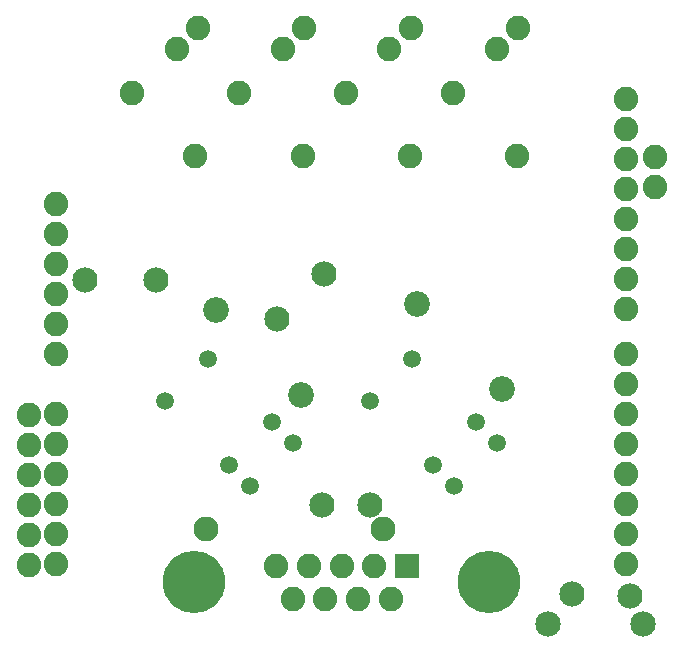
<source format=gbr>
G04 EAGLE Gerber RS-274X export*
G75*
%MOMM*%
%FSLAX34Y34*%
%LPD*%
%INSoldermask Top*%
%IPPOS*%
%AMOC8*
5,1,8,0,0,1.08239X$1,22.5*%
G01*
%ADD10C,1.511200*%
%ADD11R,2.082800X2.082800*%
%ADD12C,2.082800*%
%ADD13C,5.283200*%
%ADD14C,2.184400*%
%ADD15C,2.133600*%
%ADD16C,2.153200*%
%ADD17C,2.103200*%


D10*
X354617Y284571D03*
X318696Y248650D03*
X390538Y176808D03*
X426459Y212729D03*
X408499Y230689D03*
X372578Y194768D03*
X181817Y284571D03*
X145896Y248650D03*
X217738Y176808D03*
X253659Y212729D03*
X235699Y230689D03*
X199778Y194768D03*
D11*
X350400Y109200D03*
D12*
X322700Y109200D03*
X295000Y109200D03*
X267300Y109200D03*
X239600Y109200D03*
X336500Y80800D03*
X308800Y80800D03*
X281200Y80800D03*
X253500Y80800D03*
D13*
X420000Y95000D03*
X170000Y95000D03*
D12*
X53500Y415700D03*
X53500Y390300D03*
X53500Y364900D03*
X53500Y339500D03*
X53500Y314100D03*
X53500Y288700D03*
X53500Y237900D03*
X53500Y212500D03*
X53500Y187100D03*
X53500Y161700D03*
X53500Y136300D03*
X53500Y110900D03*
X536100Y110900D03*
X536100Y136300D03*
X536100Y161700D03*
X536100Y187100D03*
X536100Y212500D03*
X536100Y237900D03*
X536100Y263300D03*
X536100Y288700D03*
X536100Y326800D03*
X536100Y352200D03*
X536100Y377600D03*
X536100Y403000D03*
X536100Y428400D03*
X536100Y453800D03*
X536100Y479200D03*
X536100Y504600D03*
X263406Y564286D03*
X245446Y546326D03*
X353482Y564296D03*
X335522Y546336D03*
X444408Y564540D03*
X426448Y546580D03*
X173314Y564410D03*
X155354Y546450D03*
X262141Y455679D03*
X208259Y509561D03*
X352621Y455679D03*
X298739Y509561D03*
X443181Y455679D03*
X389299Y509561D03*
X171281Y455679D03*
X117399Y509561D03*
X30000Y110000D03*
X30000Y135400D03*
X30000Y160800D03*
X30000Y186200D03*
X30000Y211600D03*
X30000Y237000D03*
X560000Y430000D03*
X560000Y455400D03*
D14*
X189079Y325921D03*
X260921Y254079D03*
X359079Y330921D03*
X430921Y259079D03*
D15*
X539360Y83720D03*
X490000Y85000D03*
X318697Y160403D03*
X278060Y160400D03*
X240610Y317610D03*
X279710Y355980D03*
X77400Y351060D03*
X138120Y351060D03*
D16*
X470000Y60000D03*
X550000Y60000D03*
D17*
X330000Y140000D03*
X180000Y140000D03*
M02*

</source>
